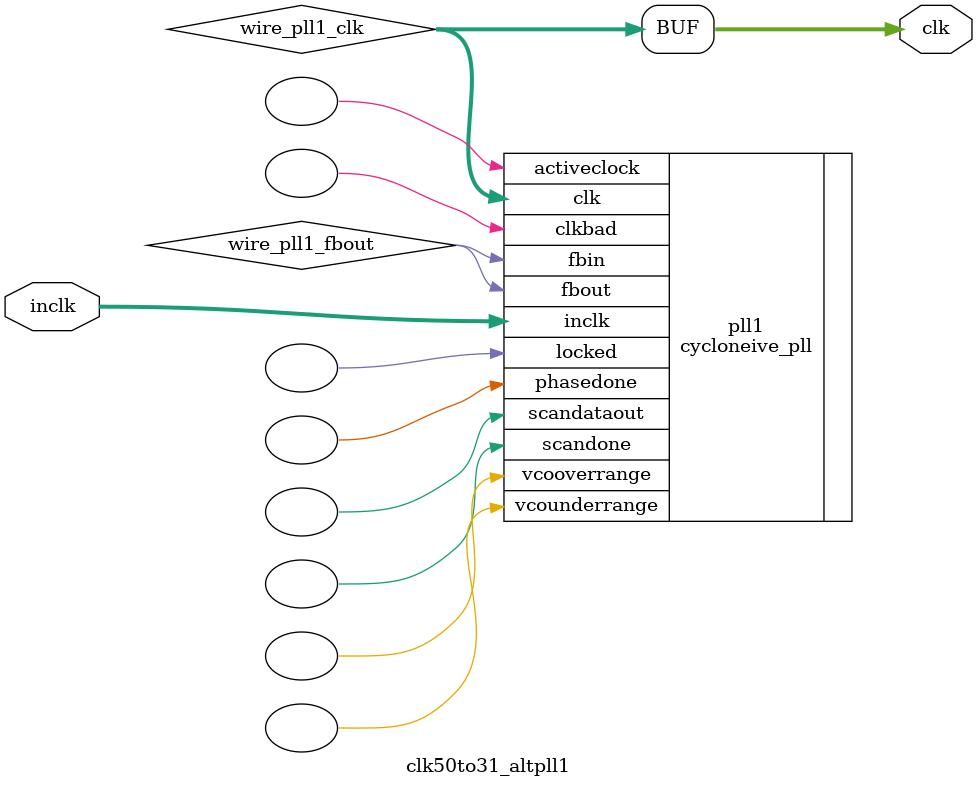
<source format=v>






//synthesis_resources = cycloneive_pll 1 
//synopsys translate_off
`timescale 1 ps / 1 ps
//synopsys translate_on
module  clk50to31_altpll1
	( 
	clk,
	inclk) /* synthesis synthesis_clearbox=1 */;
	output   [4:0]  clk;
	input   [1:0]  inclk;
`ifndef ALTERA_RESERVED_QIS
// synopsys translate_off
`endif
	tri0   [1:0]  inclk;
`ifndef ALTERA_RESERVED_QIS
// synopsys translate_on
`endif

	wire  [4:0]   wire_pll1_clk;
	wire  wire_pll1_fbout;

	cycloneive_pll   pll1
	( 
	.activeclock(),
	.clk(wire_pll1_clk),
	.clkbad(),
	.fbin(wire_pll1_fbout),
	.fbout(wire_pll1_fbout),
	.inclk(inclk),
	.locked(),
	.phasedone(),
	.scandataout(),
	.scandone(),
	.vcooverrange(),
	.vcounderrange()
	`ifndef FORMAL_VERIFICATION
	// synopsys translate_off
	`endif
	,
	.areset(1'b0),
	.clkswitch(1'b0),
	.configupdate(1'b0),
	.pfdena(1'b1),
	.phasecounterselect({3{1'b0}}),
	.phasestep(1'b0),
	.phaseupdown(1'b0),
	.scanclk(1'b0),
	.scanclkena(1'b1),
	.scandata(1'b0)
	`ifndef FORMAL_VERIFICATION
	// synopsys translate_on
	`endif
	);
	defparam
		pll1.bandwidth_type = "auto",
		pll1.clk0_divide_by = 100,
		pll1.clk0_duty_cycle = 50,
		pll1.clk0_multiply_by = 63,
		pll1.clk0_phase_shift = "0",
		pll1.compensate_clock = "clk0",
		pll1.inclk0_input_frequency = 20000,
		pll1.operation_mode = "normal",
		pll1.pll_type = "auto",
		pll1.lpm_type = "cycloneive_pll";
	assign
		clk = {wire_pll1_clk[4:0]};
endmodule //clk50to31_altpll1
//VALID FILE

</source>
